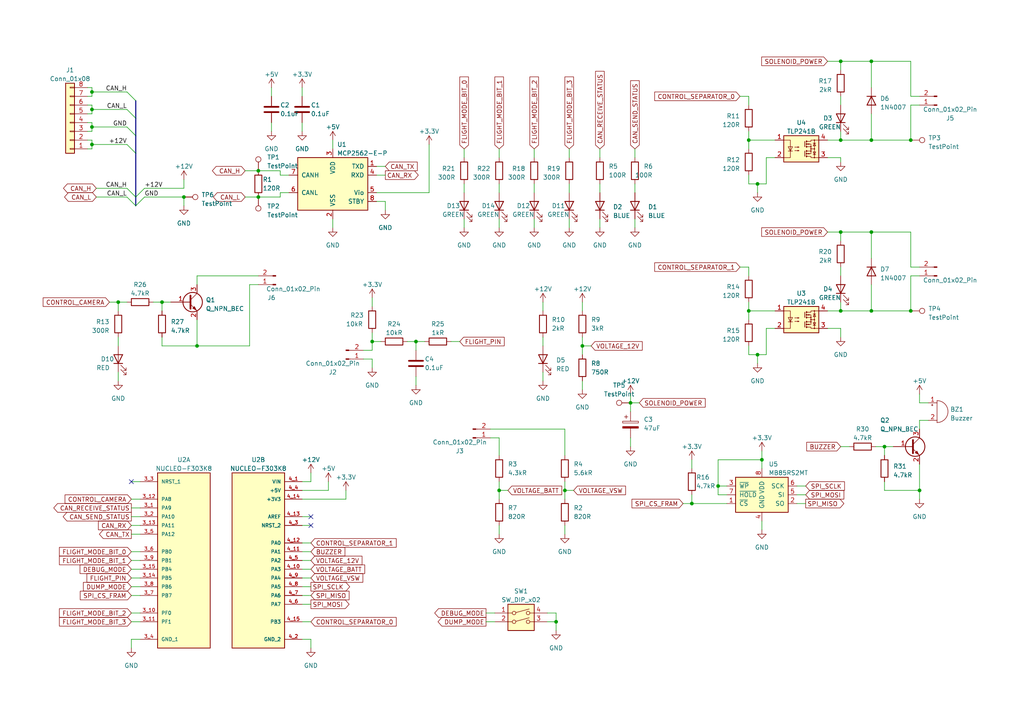
<source format=kicad_sch>
(kicad_sch (version 20230121) (generator eeschema)
  (paper "A4")
  (junction (at 26.67 36.83))
  (junction (at 220.98 133.35))
  (junction (at 252.73 90.17))
  (junction (at 144.78 142.24))
  (junction (at 26.67 41.91))
  (junction (at 264.16 40.64))
  (junction (at 217.17 40.64))
  (junction (at 219.71 53.34))
  (junction (at 26.67 31.75))
  (junction (at 219.71 102.87))
  (junction (at 74.93 57.15))
  (junction (at 107.95 99.06))
  (junction (at 168.91 100.33))
  (junction (at 217.17 90.17))
  (junction (at 243.84 17.78))
  (junction (at 252.73 40.64))
  (junction (at 200.66 146.05))
  (junction (at 53.34 57.15))
  (junction (at 266.7 142.24))
  (junction (at 46.99 87.63))
  (junction (at 243.84 67.31))
  (junction (at 252.73 67.31))
  (junction (at 182.88 116.84))
  (junction (at 120.65 99.06))
  (junction (at 256.54 129.54))
  (junction (at 243.84 40.64))
  (junction (at 26.67 26.67))
  (junction (at 34.29 87.63))
  (junction (at 74.93 49.53))
  (junction (at 57.15 100.33))
  (junction (at 243.84 90.17))
  (junction (at 252.73 17.78))
  (junction (at 163.83 142.24))
  (junction (at 264.16 90.17))
  (junction (at 161.29 180.34))
  (junction (at 208.28 140.97))
  (no_connect (at 90.17 149.86))
  (no_connect (at 38.1 139.7))
  (no_connect (at 90.17 152.4))
  (bus_entry (at 39.37 59.69) (size 2.54 -2.54))
  (bus_entry (at 39.37 57.15) (size -2.54 -2.54))
  (bus_entry (at 36.83 41.91) (size 2.54 2.54))
  (bus_entry (at 36.83 26.67) (size 2.54 2.54))
  (bus_entry (at 39.37 57.15) (size 2.54 -2.54))
  (bus_entry (at 36.83 31.75) (size 2.54 2.54))
  (bus_entry (at 39.37 59.69) (size -2.54 -2.54))
  (bus_entry (at 36.83 36.83) (size 2.54 2.54))
  (wire (pts (xy 154.94 53.34) (xy 154.94 55.88)))
  (wire (pts (xy 36.83 54.61) (xy 27.94 54.61)))
  (wire (pts (xy 243.84 129.54) (xy 246.38 129.54)))
  (wire (pts (xy 264.16 27.94) (xy 266.7 27.94)))
  (wire (pts (xy 168.91 110.49) (xy 168.91 113.03)))
  (wire (pts (xy 142.24 124.46) (xy 163.83 124.46)))
  (wire (pts (xy 173.99 63.5) (xy 173.99 66.04)))
  (wire (pts (xy 120.65 99.06) (xy 123.19 99.06)))
  (wire (pts (xy 184.15 63.5) (xy 184.15 66.04)))
  (wire (pts (xy 38.1 170.18) (xy 40.64 170.18)))
  (wire (pts (xy 161.29 177.8) (xy 161.29 180.34)))
  (wire (pts (xy 26.67 31.75) (xy 36.83 31.75)))
  (wire (pts (xy 38.1 147.32) (xy 40.64 147.32)))
  (wire (pts (xy 38.1 187.96) (xy 38.1 185.42)))
  (bus (pts (xy 39.37 29.21) (xy 39.37 34.29)))
  (bus (pts (xy 39.37 39.37) (xy 39.37 44.45)))
  (wire (pts (xy 53.34 59.69) (xy 53.34 57.15)))
  (wire (pts (xy 214.63 77.47) (xy 217.17 77.47)))
  (bus (pts (xy 39.37 44.45) (xy 39.37 57.15)))
  (wire (pts (xy 26.67 38.1) (xy 25.4 38.1)))
  (wire (pts (xy 26.67 26.67) (xy 36.83 26.67)))
  (wire (pts (xy 210.82 140.97) (xy 208.28 140.97)))
  (wire (pts (xy 87.63 185.42) (xy 90.17 185.42)))
  (wire (pts (xy 72.39 100.33) (xy 57.15 100.33)))
  (wire (pts (xy 217.17 40.64) (xy 224.79 40.64)))
  (wire (pts (xy 165.1 43.18) (xy 165.1 45.72)))
  (wire (pts (xy 240.03 90.17) (xy 243.84 90.17)))
  (wire (pts (xy 243.84 38.1) (xy 243.84 40.64)))
  (wire (pts (xy 46.99 87.63) (xy 46.99 90.17)))
  (wire (pts (xy 25.4 40.64) (xy 26.67 40.64)))
  (wire (pts (xy 38.1 152.4) (xy 40.64 152.4)))
  (wire (pts (xy 25.4 43.18) (xy 26.67 43.18)))
  (wire (pts (xy 158.75 180.34) (xy 161.29 180.34)))
  (wire (pts (xy 118.11 99.06) (xy 120.65 99.06)))
  (wire (pts (xy 217.17 50.8) (xy 217.17 53.34)))
  (wire (pts (xy 34.29 97.79) (xy 34.29 100.33)))
  (wire (pts (xy 243.84 40.64) (xy 252.73 40.64)))
  (wire (pts (xy 87.63 139.7) (xy 90.17 139.7)))
  (wire (pts (xy 107.95 99.06) (xy 110.49 99.06)))
  (wire (pts (xy 87.63 144.78) (xy 100.33 144.78)))
  (wire (pts (xy 173.99 43.18) (xy 173.99 45.72)))
  (wire (pts (xy 214.63 27.94) (xy 217.17 27.94)))
  (wire (pts (xy 163.83 142.24) (xy 163.83 144.78)))
  (wire (pts (xy 144.78 152.4) (xy 144.78 154.94)))
  (wire (pts (xy 165.1 53.34) (xy 165.1 55.88)))
  (wire (pts (xy 243.84 27.94) (xy 243.84 30.48)))
  (wire (pts (xy 38.1 177.8) (xy 40.64 177.8)))
  (wire (pts (xy 111.76 58.42) (xy 111.76 60.96)))
  (wire (pts (xy 182.88 116.84) (xy 182.88 119.38)))
  (wire (pts (xy 78.74 25.4) (xy 78.74 27.94)))
  (wire (pts (xy 25.4 30.48) (xy 26.67 30.48)))
  (wire (pts (xy 182.88 114.3) (xy 182.88 116.84)))
  (wire (pts (xy 217.17 77.47) (xy 217.17 80.01)))
  (wire (pts (xy 256.54 129.54) (xy 256.54 132.08)))
  (wire (pts (xy 222.25 53.34) (xy 222.25 45.72)))
  (wire (pts (xy 243.84 45.72) (xy 243.84 46.99)))
  (wire (pts (xy 90.17 152.4) (xy 87.63 152.4)))
  (wire (pts (xy 26.67 31.75) (xy 26.67 30.48)))
  (wire (pts (xy 243.84 45.72) (xy 240.03 45.72)))
  (wire (pts (xy 220.98 133.35) (xy 220.98 135.89)))
  (wire (pts (xy 264.16 17.78) (xy 264.16 27.94)))
  (wire (pts (xy 109.22 48.26) (xy 111.76 48.26)))
  (wire (pts (xy 243.84 67.31) (xy 243.84 69.85)))
  (wire (pts (xy 173.99 53.34) (xy 173.99 55.88)))
  (wire (pts (xy 109.22 50.8) (xy 111.76 50.8)))
  (wire (pts (xy 46.99 100.33) (xy 46.99 97.79)))
  (wire (pts (xy 252.73 67.31) (xy 264.16 67.31)))
  (wire (pts (xy 252.73 82.55) (xy 252.73 90.17)))
  (wire (pts (xy 208.28 140.97) (xy 208.28 143.51)))
  (wire (pts (xy 266.7 144.78) (xy 266.7 142.24)))
  (wire (pts (xy 53.34 52.07) (xy 53.34 54.61)))
  (wire (pts (xy 57.15 80.01) (xy 57.15 82.55)))
  (wire (pts (xy 26.67 36.83) (xy 36.83 36.83)))
  (wire (pts (xy 243.84 17.78) (xy 252.73 17.78)))
  (wire (pts (xy 71.12 49.53) (xy 74.93 49.53)))
  (wire (pts (xy 254 129.54) (xy 256.54 129.54)))
  (wire (pts (xy 210.82 143.51) (xy 208.28 143.51)))
  (wire (pts (xy 266.7 80.01) (xy 264.16 80.01)))
  (wire (pts (xy 144.78 127) (xy 144.78 132.08)))
  (wire (pts (xy 161.29 180.34) (xy 161.29 182.88)))
  (wire (pts (xy 220.98 151.13) (xy 220.98 153.67)))
  (wire (pts (xy 217.17 102.87) (xy 219.71 102.87)))
  (wire (pts (xy 252.73 33.02) (xy 252.73 40.64)))
  (wire (pts (xy 25.4 33.02) (xy 26.67 33.02)))
  (wire (pts (xy 53.34 57.15) (xy 41.91 57.15)))
  (wire (pts (xy 87.63 180.34) (xy 90.17 180.34)))
  (wire (pts (xy 222.25 45.72) (xy 224.79 45.72)))
  (wire (pts (xy 219.71 53.34) (xy 219.71 55.88)))
  (wire (pts (xy 81.28 50.8) (xy 81.28 49.53)))
  (wire (pts (xy 134.62 53.34) (xy 134.62 55.88)))
  (wire (pts (xy 107.95 104.14) (xy 105.41 104.14)))
  (wire (pts (xy 259.08 129.54) (xy 256.54 129.54)))
  (wire (pts (xy 107.95 86.36) (xy 107.95 88.9)))
  (wire (pts (xy 163.83 139.7) (xy 163.83 142.24)))
  (wire (pts (xy 243.84 95.25) (xy 240.03 95.25)))
  (wire (pts (xy 243.84 97.79) (xy 243.84 95.25)))
  (wire (pts (xy 87.63 142.24) (xy 95.25 142.24)))
  (wire (pts (xy 71.12 57.15) (xy 74.93 57.15)))
  (wire (pts (xy 231.14 146.05) (xy 233.68 146.05)))
  (wire (pts (xy 87.63 160.02) (xy 90.17 160.02)))
  (wire (pts (xy 49.53 87.63) (xy 46.99 87.63)))
  (wire (pts (xy 252.73 17.78) (xy 264.16 17.78)))
  (wire (pts (xy 243.84 67.31) (xy 252.73 67.31)))
  (wire (pts (xy 26.67 36.83) (xy 26.67 38.1)))
  (wire (pts (xy 87.63 157.48) (xy 90.17 157.48)))
  (wire (pts (xy 36.83 57.15) (xy 27.94 57.15)))
  (wire (pts (xy 87.63 35.56) (xy 87.63 38.1)))
  (wire (pts (xy 87.63 167.64) (xy 90.17 167.64)))
  (wire (pts (xy 144.78 142.24) (xy 144.78 144.78)))
  (wire (pts (xy 252.73 90.17) (xy 264.16 90.17)))
  (wire (pts (xy 38.1 162.56) (xy 40.64 162.56)))
  (wire (pts (xy 95.25 139.7) (xy 95.25 142.24)))
  (wire (pts (xy 217.17 27.94) (xy 217.17 30.48)))
  (wire (pts (xy 96.52 63.5) (xy 96.52 66.04)))
  (wire (pts (xy 269.24 121.92) (xy 266.7 121.92)))
  (wire (pts (xy 208.28 140.97) (xy 208.28 133.35)))
  (wire (pts (xy 34.29 87.63) (xy 36.83 87.63)))
  (bus (pts (xy 39.37 34.29) (xy 39.37 39.37)))
  (wire (pts (xy 144.78 63.5) (xy 144.78 66.04)))
  (wire (pts (xy 168.91 100.33) (xy 171.45 100.33)))
  (wire (pts (xy 57.15 100.33) (xy 46.99 100.33)))
  (wire (pts (xy 219.71 102.87) (xy 219.71 105.41)))
  (wire (pts (xy 26.67 26.67) (xy 26.67 25.4)))
  (wire (pts (xy 231.14 143.51) (xy 233.68 143.51)))
  (wire (pts (xy 217.17 90.17) (xy 224.79 90.17)))
  (wire (pts (xy 74.93 82.55) (xy 72.39 82.55)))
  (wire (pts (xy 38.1 180.34) (xy 40.64 180.34)))
  (wire (pts (xy 200.66 146.05) (xy 210.82 146.05)))
  (wire (pts (xy 25.4 27.94) (xy 26.67 27.94)))
  (wire (pts (xy 105.41 101.6) (xy 107.95 101.6)))
  (wire (pts (xy 83.82 50.8) (xy 81.28 50.8)))
  (wire (pts (xy 38.1 139.7) (xy 40.64 139.7)))
  (bus (pts (xy 39.37 57.15) (xy 39.37 59.69)))
  (wire (pts (xy 217.17 53.34) (xy 219.71 53.34)))
  (wire (pts (xy 243.84 87.63) (xy 243.84 90.17)))
  (wire (pts (xy 252.73 17.78) (xy 252.73 25.4)))
  (wire (pts (xy 26.67 35.56) (xy 26.67 36.83)))
  (wire (pts (xy 154.94 43.18) (xy 154.94 45.72)))
  (wire (pts (xy 25.4 35.56) (xy 26.67 35.56)))
  (wire (pts (xy 252.73 40.64) (xy 264.16 40.64)))
  (wire (pts (xy 144.78 53.34) (xy 144.78 55.88)))
  (wire (pts (xy 87.63 25.4) (xy 87.63 27.94)))
  (wire (pts (xy 74.93 80.01) (xy 57.15 80.01)))
  (wire (pts (xy 200.66 143.51) (xy 200.66 146.05)))
  (wire (pts (xy 157.48 107.95) (xy 157.48 110.49)))
  (wire (pts (xy 264.16 30.48) (xy 264.16 40.64)))
  (wire (pts (xy 81.28 55.88) (xy 81.28 57.15)))
  (wire (pts (xy 222.25 95.25) (xy 224.79 95.25)))
  (wire (pts (xy 182.88 127) (xy 182.88 129.54)))
  (wire (pts (xy 90.17 149.86) (xy 87.63 149.86)))
  (wire (pts (xy 157.48 87.63) (xy 157.48 90.17)))
  (wire (pts (xy 87.63 172.72) (xy 90.17 172.72)))
  (wire (pts (xy 154.94 63.5) (xy 154.94 66.04)))
  (wire (pts (xy 264.16 80.01) (xy 264.16 90.17)))
  (wire (pts (xy 222.25 53.34) (xy 219.71 53.34)))
  (wire (pts (xy 38.1 144.78) (xy 40.64 144.78)))
  (wire (pts (xy 120.65 111.76) (xy 120.65 109.22)))
  (wire (pts (xy 134.62 43.18) (xy 134.62 45.72)))
  (wire (pts (xy 142.24 127) (xy 144.78 127)))
  (wire (pts (xy 90.17 175.26) (xy 87.63 175.26)))
  (wire (pts (xy 38.1 167.64) (xy 40.64 167.64)))
  (wire (pts (xy 87.63 162.56) (xy 90.17 162.56)))
  (wire (pts (xy 243.84 40.64) (xy 240.03 40.64)))
  (wire (pts (xy 240.03 67.31) (xy 243.84 67.31)))
  (wire (pts (xy 120.65 101.6) (xy 120.65 99.06)))
  (wire (pts (xy 107.95 99.06) (xy 107.95 101.6)))
  (wire (pts (xy 243.84 90.17) (xy 252.73 90.17)))
  (wire (pts (xy 220.98 130.81) (xy 220.98 133.35)))
  (wire (pts (xy 44.45 87.63) (xy 46.99 87.63)))
  (wire (pts (xy 184.15 43.18) (xy 184.15 45.72)))
  (wire (pts (xy 38.1 165.1) (xy 40.64 165.1)))
  (wire (pts (xy 53.34 54.61) (xy 41.91 54.61)))
  (wire (pts (xy 26.67 43.18) (xy 26.67 41.91)))
  (wire (pts (xy 256.54 142.24) (xy 256.54 139.7)))
  (wire (pts (xy 231.14 140.97) (xy 233.68 140.97)))
  (wire (pts (xy 38.1 172.72) (xy 40.64 172.72)))
  (wire (pts (xy 184.15 53.34) (xy 184.15 55.88)))
  (wire (pts (xy 266.7 116.84) (xy 269.24 116.84)))
  (wire (pts (xy 31.75 87.63) (xy 34.29 87.63)))
  (wire (pts (xy 264.16 77.47) (xy 266.7 77.47)))
  (wire (pts (xy 38.1 154.94) (xy 40.64 154.94)))
  (wire (pts (xy 124.46 41.91) (xy 124.46 55.88)))
  (wire (pts (xy 222.25 102.87) (xy 222.25 95.25)))
  (wire (pts (xy 266.7 30.48) (xy 264.16 30.48)))
  (wire (pts (xy 243.84 77.47) (xy 243.84 80.01)))
  (wire (pts (xy 165.1 63.5) (xy 165.1 66.04)))
  (wire (pts (xy 100.33 142.24) (xy 100.33 144.78)))
  (wire (pts (xy 107.95 96.52) (xy 107.95 99.06)))
  (wire (pts (xy 90.17 187.96) (xy 90.17 185.42)))
  (wire (pts (xy 240.03 17.78) (xy 243.84 17.78)))
  (wire (pts (xy 182.88 116.84) (xy 185.42 116.84)))
  (wire (pts (xy 163.83 124.46) (xy 163.83 132.08)))
  (wire (pts (xy 74.93 57.15) (xy 81.28 57.15)))
  (wire (pts (xy 144.78 139.7) (xy 144.78 142.24)))
  (wire (pts (xy 130.81 99.06) (xy 133.35 99.06)))
  (wire (pts (xy 163.83 142.24) (xy 166.37 142.24)))
  (wire (pts (xy 168.91 87.63) (xy 168.91 90.17)))
  (wire (pts (xy 208.28 133.35) (xy 220.98 133.35)))
  (wire (pts (xy 87.63 170.18) (xy 90.17 170.18)))
  (wire (pts (xy 57.15 92.71) (xy 57.15 100.33)))
  (wire (pts (xy 266.7 134.62) (xy 266.7 142.24)))
  (wire (pts (xy 252.73 67.31) (xy 252.73 74.93)))
  (wire (pts (xy 38.1 149.86) (xy 40.64 149.86)))
  (wire (pts (xy 26.67 40.64) (xy 26.67 41.91)))
  (wire (pts (xy 217.17 87.63) (xy 217.17 90.17)))
  (wire (pts (xy 168.91 97.79) (xy 168.91 100.33)))
  (wire (pts (xy 144.78 142.24) (xy 147.32 142.24)))
  (wire (pts (xy 134.62 63.5) (xy 134.62 66.04)))
  (wire (pts (xy 90.17 137.16) (xy 90.17 139.7)))
  (wire (pts (xy 144.78 43.18) (xy 144.78 45.72)))
  (wire (pts (xy 25.4 25.4) (xy 26.67 25.4)))
  (wire (pts (xy 217.17 40.64) (xy 217.17 43.18)))
  (wire (pts (xy 34.29 87.63) (xy 34.29 90.17)))
  (wire (pts (xy 217.17 38.1) (xy 217.17 40.64)))
  (wire (pts (xy 96.52 40.64) (xy 96.52 43.18)))
  (wire (pts (xy 109.22 55.88) (xy 124.46 55.88)))
  (wire (pts (xy 87.63 165.1) (xy 90.17 165.1)))
  (wire (pts (xy 107.95 106.68) (xy 107.95 104.14)))
  (wire (pts (xy 217.17 100.33) (xy 217.17 102.87)))
  (wire (pts (xy 26.67 26.67) (xy 26.67 27.94)))
  (wire (pts (xy 109.22 58.42) (xy 111.76 58.42)))
  (wire (pts (xy 38.1 185.42) (xy 40.64 185.42)))
  (wire (pts (xy 34.29 107.95) (xy 34.29 110.49)))
  (wire (pts (xy 217.17 90.17) (xy 217.17 92.71)))
  (wire (pts (xy 140.97 177.8) (xy 143.51 177.8)))
  (wire (pts (xy 158.75 177.8) (xy 161.29 177.8)))
  (wire (pts (xy 38.1 160.02) (xy 40.64 160.02)))
  (wire (pts (xy 266.7 114.3) (xy 266.7 116.84)))
  (wire (pts (xy 200.66 133.35) (xy 200.66 135.89)))
  (wire (pts (xy 72.39 82.55) (xy 72.39 100.33)))
  (wire (pts (xy 83.82 55.88) (xy 81.28 55.88)))
  (wire (pts (xy 78.74 35.56) (xy 78.74 38.1)))
  (wire (pts (xy 243.84 17.78) (xy 243.84 20.32)))
  (wire (pts (xy 163.83 152.4) (xy 163.83 154.94)))
  (wire (pts (xy 168.91 100.33) (xy 168.91 102.87)))
  (wire (pts (xy 157.48 97.79) (xy 157.48 100.33)))
  (wire (pts (xy 26.67 33.02) (xy 26.67 31.75)))
  (wire (pts (xy 266.7 142.24) (xy 256.54 142.24)))
  (wire (pts (xy 74.93 49.53) (xy 81.28 49.53)))
  (wire (pts (xy 26.67 41.91) (xy 36.83 41.91)))
  (wire (pts (xy 140.97 180.34) (xy 143.51 180.34)))
  (wire (pts (xy 266.7 121.92) (xy 266.7 124.46)))
  (wire (pts (xy 198.12 146.05) (xy 200.66 146.05)))
  (wire (pts (xy 264.16 67.31) (xy 264.16 77.47)))
  (wire (pts (xy 222.25 102.87) (xy 219.71 102.87)))
  (label "CAN_L" (at 36.83 57.15 180))
  (label "+12V" (at 36.83 41.91 180))
  (label "GND" (at 36.83 36.83 180))
  (label "GND" (at 41.91 57.15 0))
  (label "CAN_H" (at 36.83 26.67 180))
  (label "+12V" (at 41.91 54.61 0))
  (label "CAN_L" (at 36.83 31.75 180))
  (label "CAN_H" (at 36.83 54.61 180))
  (global_label "CONTROL_SEPARATOR_1" (shape input) (at 214.63 77.47 180) (property "Intersheetrefs" "${INTERSHEET_REFS}" (effects hide)))
  (global_label "SPI_SCLK" (shape output) (at 90.17 170.18 0) (property "Intersheetrefs" "${INTERSHEET_REFS}" (effects hide)))
  (global_label "VOLTAGE_12V" (shape input) (at 90.17 162.56 0) (property "Intersheetrefs" "${INTERSHEET_REFS}" (effects hide)))
  (global_label "CONTROL_SEPARATOR_1" (shape input) (at 90.17 157.48 0) (property "Intersheetrefs" "${INTERSHEET_REFS}" (effects hide)))
  (global_label "CAN_L" (shape bidirectional) (at 71.12 57.15 180) (property "Intersheetrefs" "${INTERSHEET_REFS}" (effects hide)))
  (global_label "FLIGHT_MODE_BIT_0" (shape input) (at 134.62 43.18 90) (property "Intersheetrefs" "${INTERSHEET_REFS}" (effects hide)))
  (global_label "FLIGHT_MODE_BIT_3" (shape input) (at 38.1 180.34 180) (property "Intersheetrefs" "${INTERSHEET_REFS}" (effects hide)))
  (global_label "CONTROL_CAMERA" (shape input) (at 38.1 144.78 180) (property "Intersheetrefs" "${INTERSHEET_REFS}" (effects hide)))
  (global_label "SPI_MISO" (shape output) (at 233.68 146.05 0) (property "Intersheetrefs" "${INTERSHEET_REFS}" (effects hide)))
  (global_label "VOLTAGE_VSW" (shape input) (at 90.17 167.64 0) (property "Intersheetrefs" "${INTERSHEET_REFS}" (effects hide)))
  (global_label "CAN_TX" (shape input) (at 111.76 48.26 0) (property "Intersheetrefs" "${INTERSHEET_REFS}" (effects hide)))
  (global_label "DUMP_MODE" (shape output) (at 140.97 180.34 180) (property "Intersheetrefs" "${INTERSHEET_REFS}" (effects hide)))
  (global_label "FLIGHT_MODE_BIT_2" (shape input) (at 154.94 43.18 90) (property "Intersheetrefs" "${INTERSHEET_REFS}" (effects hide)))
  (global_label "FLIGHT_MODE_BIT_1" (shape input) (at 144.78 43.18 90) (property "Intersheetrefs" "${INTERSHEET_REFS}" (effects hide)))
  (global_label "FLIGHT_MODE_BIT_0" (shape input) (at 38.1 160.02 180) (property "Intersheetrefs" "${INTERSHEET_REFS}" (effects hide)))
  (global_label "CAN_H" (shape bidirectional) (at 71.12 49.53 180) (property "Intersheetrefs" "${INTERSHEET_REFS}" (effects hide)))
  (global_label "CAN_RX" (shape output) (at 111.76 50.8 0) (property "Intersheetrefs" "${INTERSHEET_REFS}" (effects hide)))
  (global_label "CAN_L" (shape bidirectional) (at 27.94 57.15 180) (property "Intersheetrefs" "${INTERSHEET_REFS}" (effects hide)))
  (global_label "BUZZER" (shape input) (at 243.84 129.54 180) (property "Intersheetrefs" "${INTERSHEET_REFS}" (effects hide)))
  (global_label "DEBUG_MODE" (shape output) (at 140.97 177.8 180) (property "Intersheetrefs" "${INTERSHEET_REFS}" (effects hide)))
  (global_label "CAN_SEND_STATUS" (shape output) (at 38.1 149.86 180) (property "Intersheetrefs" "${INTERSHEET_REFS}" (effects hide)))
  (global_label "CAN_TX" (shape output) (at 38.1 154.94 180) (property "Intersheetrefs" "${INTERSHEET_REFS}" (effects hide)))
  (global_label "CONTROL_SEPARATOR_0" (shape input) (at 90.17 180.34 0) (property "Intersheetrefs" "${INTERSHEET_REFS}" (effects hide)))
  (global_label "FLIGHT_PIN" (shape input) (at 133.35 99.06 0) (property "Intersheetrefs" "${INTERSHEET_REFS}" (effects hide)))
  (global_label "FLIGHT_MODE_BIT_1" (shape input) (at 38.1 162.56 180) (property "Intersheetrefs" "${INTERSHEET_REFS}" (effects hide)))
  (global_label "SPI_SCLK" (shape input) (at 233.68 140.97 0) (property "Intersheetrefs" "${INTERSHEET_REFS}" (effects hide)))
  (global_label "FLIGHT_MODE_BIT_3" (shape input) (at 165.1 43.18 90) (property "Intersheetrefs" "${INTERSHEET_REFS}" (effects hide)))
  (global_label "BUZZER" (shape input) (at 90.17 160.02 0) (property "Intersheetrefs" "${INTERSHEET_REFS}" (effects hide)))
  (global_label "CAN_RX" (shape input) (at 38.1 152.4 180) (property "Intersheetrefs" "${INTERSHEET_REFS}" (effects hide)))
  (global_label "SPI_CS_FRAM" (shape input) (at 198.12 146.05 180) (property "Intersheetrefs" "${INTERSHEET_REFS}" (effects hide)))
  (global_label "SPI_MOSI" (shape input) (at 233.68 143.51 0) (property "Intersheetrefs" "${INTERSHEET_REFS}" (effects hide)))
  (global_label "CAN_SEND_STATUS" (shape input) (at 184.15 43.18 90) (property "Intersheetrefs" "${INTERSHEET_REFS}" (effects hide)))
  (global_label "SPI_CS_FRAM" (shape input) (at 38.1 172.72 180) (property "Intersheetrefs" "${INTERSHEET_REFS}" (effects hide)))
  (global_label "FLIGHT_MODE_BIT_2" (shape input) (at 38.1 177.8 180) (property "Intersheetrefs" "${INTERSHEET_REFS}" (effects hide)))
  (global_label "SPI_MOSI" (shape output) (at 90.17 175.26 0) (property "Intersheetrefs" "${INTERSHEET_REFS}" (effects hide)))
  (global_label "CONTROL_CAMERA" (shape input) (at 31.75 87.63 180) (property "Intersheetrefs" "${INTERSHEET_REFS}" (effects hide)))
  (global_label "CAN_RECEIVE_STATUS" (shape input) (at 173.99 43.18 90) (property "Intersheetrefs" "${INTERSHEET_REFS}" (effects hide)))
  (global_label "SOLENOID_POWER" (shape input) (at 240.03 17.78 180) (property "Intersheetrefs" "${INTERSHEET_REFS}" (effects hide)))
  (global_label "VOLTAGE_12V" (shape input) (at 171.45 100.33 0) (property "Intersheetrefs" "${INTERSHEET_REFS}" (effects hide)))
  (global_label "SOLENOID_POWER" (shape input) (at 185.42 116.84 0) (property "Intersheetrefs" "${INTERSHEET_REFS}" (effects hide)))
  (global_label "CAN_H" (shape bidirectional) (at 27.94 54.61 180) (property "Intersheetrefs" "${INTERSHEET_REFS}" (effects hide)))
  (global_label "VOLTAGE_BATT" (shape input) (at 147.32 142.24 0) (property "Intersheetrefs" "${INTERSHEET_REFS}" (effects hide)))
  (global_label "SPI_MISO" (shape input) (at 90.17 172.72 0) (property "Intersheetrefs" "${INTERSHEET_REFS}" (effects hide)))
  (global_label "VOLTAGE_BATT" (shape input) (at 90.17 165.1 0) (property "Intersheetrefs" "${INTERSHEET_REFS}" (effects hide)))
  (global_label "CONTROL_SEPARATOR_0" (shape input) (at 214.63 27.94 180) (property "Intersheetrefs" "${INTERSHEET_REFS}" (effects hide)))
  (global_label "VOLTAGE_VSW" (shape input) (at 166.37 142.24 0) (property "Intersheetrefs" "${INTERSHEET_REFS}" (effects hide)))
  (global_label "DUMP_MODE" (shape input) (at 38.1 170.18 180) (property "Intersheetrefs" "${INTERSHEET_REFS}" (effects hide)))
  (global_label "SOLENOID_POWER" (shape input) (at 240.03 67.31 180) (property "Intersheetrefs" "${INTERSHEET_REFS}" (effects hide)))
  (global_label "FLIGHT_PIN" (shape input) (at 38.1 167.64 180) (property "Intersheetrefs" "${INTERSHEET_REFS}" (effects hide)))
  (global_label "DEBUG_MODE" (shape input) (at 38.1 165.1 180) (property "Intersheetrefs" "${INTERSHEET_REFS}" (effects hide)))
  (global_label "CAN_RECEIVE_STATUS" (shape output) (at 38.1 147.32 180) (property "Intersheetrefs" "${INTERSHEET_REFS}" (effects hide)))
  (symbol (lib_id "Device:R") (at 217.17 46.99 0) (mirror y) (unit 1)
    (property "Reference" "R12" (at 214.63 46.355 0) (effects (justify left)))
    (property "Value" "120R" (at 214.63 48.895 0) (effects (justify left)))
    (property "Footprint" "Resistor_SMD:R_0603_1608Metric_Pad0.98x0.95mm_HandSolder" (effects hide))
  )
  (symbol (lib_id "Device:Q_NPN_BEC") (at 54.61 87.63 0) (unit 1)
    (property "Reference" "Q1" (at 59.69 86.995 0) (effects (justify left)))
    (property "Value" "Q_NPN_BEC" (at 59.69 89.535 0) (effects (justify left)))
    (property "Footprint" "Package_TO_SOT_SMD:SC-59_Handsoldering" (effects hide))
  )
  (symbol (lib_id "Device:LED") (at 184.15 59.69 90) (unit 1)
    (property "Reference" "D1" (at 187.96 60.0074 90) (effects (justify right)))
    (property "Value" "BLUE" (at 187.96 62.5474 90) (effects (justify right)))
    (property "Footprint" "LED_SMD:LED_0603_1608Metric_Pad1.05x0.95mm_HandSolder" (effects hide))
  )
  (symbol (lib_id "power:GND") (at 219.71 105.41 0) (mirror y) (unit 1)
    (property "Reference" "#PWR042" (effects hide))
    (property "Value" "GND" (at 219.71 110.49 0))
  )
  (symbol (lib_id "Device:R") (at 217.17 83.82 0) (mirror y) (unit 1)
    (property "Reference" "R14" (at 214.63 83.185 0) (effects (justify left)))
    (property "Value" "120R" (at 214.63 85.725 0) (effects (justify left)))
    (property "Footprint" "Resistor_SMD:R_0603_1608Metric_Pad0.98x0.95mm_HandSolder" (effects hide))
  )
  (symbol (lib_id "Device:R") (at 46.99 93.98 180) (unit 1)
    (property "Reference" "R27" (at 49.53 93.345 0) (effects (justify right)))
    (property "Value" "4.7kR" (at 49.53 95.885 0) (effects (justify right)))
    (property "Footprint" "Resistor_SMD:R_0603_1608Metric_Pad0.98x0.95mm_HandSolder" (effects hide))
  )
  (symbol (lib_id "Device:R") (at 217.17 96.52 0) (mirror y) (unit 1)
    (property "Reference" "R15" (at 214.63 95.885 0) (effects (justify left)))
    (property "Value" "120R" (at 214.63 98.425 0) (effects (justify left)))
    (property "Footprint" "Resistor_SMD:R_0603_1608Metric_Pad0.98x0.95mm_HandSolder" (effects hide))
  )
  (symbol (lib_id "power:GND") (at 53.34 59.69 0) (mirror y) (unit 1)
    (property "Reference" "#PWR04" (effects hide))
    (property "Value" "GND" (at 53.34 64.77 0))
  )
  (symbol (lib_id "Device:LED") (at 243.84 34.29 90) (unit 1)
    (property "Reference" "D3" (at 238.76 34.29 90) (effects (justify right)))
    (property "Value" "GREEN" (at 237.49 36.83 90) (effects (justify right)))
    (property "Footprint" "LED_SMD:LED_0603_1608Metric_Pad1.05x0.95mm_HandSolder" (effects hide))
  )
  (symbol (lib_id "Device:R") (at 168.91 93.98 0) (unit 1)
    (property "Reference" "R9" (at 171.45 92.7099 0) (effects (justify left)))
    (property "Value" "3kR" (at 171.45 95.2499 0) (effects (justify left)))
    (property "Footprint" "Resistor_SMD:R_0603_1608Metric_Pad0.98x0.95mm_HandSolder" (effects hide))
  )
  (symbol (lib_id "power:GND") (at 144.78 66.04 0) (mirror y) (unit 1)
    (property "Reference" "#PWR024" (effects hide))
    (property "Value" "GND" (at 144.78 71.12 0))
  )
  (symbol (lib_id "Device:R") (at 127 99.06 270) (unit 1)
    (property "Reference" "R25" (at 127 93.98 90))
    (property "Value" "1kR" (at 127 96.52 90))
    (property "Footprint" "Resistor_SMD:R_0603_1608Metric_Pad0.98x0.95mm_HandSolder" (effects hide))
  )
  (symbol (lib_id "Connector:Conn_01x02_Pin") (at 271.78 30.48 180) (unit 1)
    (property "Reference" "J5" (at 275.59 34.29 0))
    (property "Value" "Conn_01x02_Pin" (at 275.59 31.75 0))
    (property "Footprint" "Hirose_Connector:Hirose_DF1B" (effects hide))
  )
  (symbol (lib_id "Device:R") (at 40.64 87.63 90) (unit 1)
    (property "Reference" "R26" (at 40.64 82.55 90))
    (property "Value" "4.7kR" (at 40.64 85.09 90))
    (property "Footprint" "Resistor_SMD:R_0603_1608Metric_Pad0.98x0.95mm_HandSolder" (effects hide))
  )
  (symbol (lib_id "Device:R") (at 256.54 135.89 180) (unit 1)
    (property "Reference" "R31" (at 259.08 135.255 0) (effects (justify right)))
    (property "Value" "4.7kR" (at 259.08 137.795 0) (effects (justify right)))
    (property "Footprint" "Resistor_SMD:R_0603_1608Metric_Pad0.98x0.95mm_HandSolder" (effects hide))
  )
  (symbol (lib_id "power:+12V") (at 182.88 114.3 0) (unit 1)
    (property "Reference" "#PWR035" (effects hide))
    (property "Value" "+12V" (at 182.88 110.49 0))
  )
  (symbol (lib_id "power:+5V") (at 95.25 139.7 0) (unit 1)
    (property "Reference" "#PWR018" (effects hide))
    (property "Value" "+5V" (at 95.25 135.89 0))
  )
  (symbol (lib_id "power:GND") (at 168.91 113.03 0) (mirror y) (unit 1)
    (property "Reference" "#PWR029" (effects hide))
    (property "Value" "GND" (at 168.91 118.11 0))
  )
  (symbol (lib_id "Device:Buzzer") (at 271.78 119.38 0) (unit 1)
    (property "Reference" "BZ1" (at 275.59 118.745 0) (effects (justify left)))
    (property "Value" "Buzzer" (at 275.59 121.285 0) (effects (justify left)))
    (property "Footprint" "Buzzer_Beeper:Buzzer_12x9.5RM7.6" (effects hide))
  )
  (symbol (lib_id "Device:R") (at 163.83 148.59 0) (unit 1)
    (property "Reference" "R2" (at 166.37 147.3199 0) (effects (justify left)))
    (property "Value" "820R" (at 166.37 149.8599 0) (effects (justify left)))
    (property "Footprint" "Resistor_SMD:R_0603_1608Metric_Pad0.98x0.95mm_HandSolder" (effects hide))
  )
  (symbol (lib_id "Device:C") (at 87.63 31.75 0) (unit 1)
    (property "Reference" "C1" (at 90.17 30.48 0) (effects (justify left)))
    (property "Value" "0.1uF" (at 90.17 33.02 0) (effects (justify left)))
    (property "Footprint" "Capacitor_SMD:C_0603_1608Metric_Pad1.08x0.95mm_HandSolder" (effects hide))
  )
  (symbol (lib_id "power:+3.3V") (at 87.63 25.4 0) (unit 1)
    (property "Reference" "#PWR010" (effects hide))
    (property "Value" "+3.3V" (at 87.63 21.59 0))
  )
  (symbol (lib_id "Device:R") (at 154.94 49.53 0) (mirror y) (unit 1)
    (property "Reference" "R18" (at 152.4 48.895 0) (effects (justify left)))
    (property "Value" "300R" (at 152.4 51.435 0) (effects (justify left)))
    (property "Footprint" "Resistor_SMD:R_0603_1608Metric_Pad0.98x0.95mm_HandSolder" (effects hide))
  )
  (symbol (lib_id "power:GND") (at 144.78 154.94 0) (mirror y) (unit 1)
    (property "Reference" "#PWR017" (effects hide))
    (property "Value" "GND" (at 144.78 160.02 0))
  )
  (symbol (lib_id "power:+3.3V") (at 100.33 142.24 0) (unit 1)
    (property "Reference" "#PWR019" (effects hide))
    (property "Value" "+3.3V" (at 100.33 138.43 0))
  )
  (symbol (lib_id "Device:R") (at 144.78 135.89 0) (unit 1)
    (property "Reference" "R3" (at 147.32 134.6199 0) (effects (justify left)))
    (property "Value" "4.3kR" (at 147.32 137.1599 0) (effects (justify left)))
    (property "Footprint" "Resistor_SMD:R_0603_1608Metric_Pad0.98x0.95mm_HandSolder" (effects hide))
  )
  (symbol (lib_id "Device:R") (at 243.84 24.13 0) (mirror y) (unit 1)
    (property "Reference" "R17" (at 241.3 23.495 0) (effects (justify left)))
    (property "Value" "2kR" (at 241.3 26.035 0) (effects (justify left)))
    (property "Footprint" "Resistor_SMD:R_0603_1608Metric_Pad0.98x0.95mm_HandSolder" (effects hide))
  )
  (symbol (lib_id "Connector:TestPoint") (at 53.34 57.15 270) (unit 1)
    (property "Reference" "TP6" (at 58.42 56.515 90) (effects (justify left)))
    (property "Value" "TestPoint" (at 58.42 59.055 90) (effects (justify left)))
    (property "Footprint" "Connector_Pin:Pin_D1.0mm_L10.0mm" (effects hide))
  )
  (symbol (lib_id "power:GND") (at 154.94 66.04 0) (mirror y) (unit 1)
    (property "Reference" "#PWR026" (effects hide))
    (property "Value" "GND" (at 154.94 71.12 0))
  )
  (symbol (lib_id "Device:R") (at 134.62 49.53 0) (mirror y) (unit 1)
    (property "Reference" "R21" (at 132.08 48.895 0) (effects (justify left)))
    (property "Value" "300R" (at 132.08 51.435 0) (effects (justify left)))
    (property "Footprint" "Resistor_SMD:R_0603_1608Metric_Pad0.98x0.95mm_HandSolder" (effects hide))
  )
  (symbol (lib_id "power:+3.3V") (at 107.95 86.36 0) (unit 1)
    (property "Reference" "#PWR033" (effects hide))
    (property "Value" "+3.3V" (at 107.95 82.55 0))
  )
  (symbol (lib_id "Interface_CAN_LIN:MCP2562-E-P") (at 96.52 53.34 0) (mirror y) (unit 1)
    (property "Reference" "U1" (at 97.79 41.91 0) (effects (justify right)))
    (property "Value" "MCP2562-E-P" (at 97.79 44.45 0) (effects (justify right)))
    (property "Footprint" "Package_DIP:DIP-8_W7.62mm" (effects hide))
    (property "Datasheet" "http://ww1.microchip.com/downloads/en/DeviceDoc/25167A.pdf" (effects hide))
  )
  (symbol (lib_id "power:GND") (at 120.65 111.76 0) (unit 1)
    (property "Reference" "#PWR034" (effects hide))
    (property "Value" "GND" (at 120.65 116.84 0))
  )
  (symbol (lib_id "Connector:Conn_01x02_Pin") (at 80.01 82.55 180) (unit 1)
    (property "Reference" "J6" (at 78.74 86.36 0))
    (property "Value" "Conn_01x02_Pin" (at 85.09 83.82 0))
    (property "Footprint" "Hirose_Connector:Hirose_DF1B" (effects hide))
  )
  (symbol (lib_id "power:+5V") (at 78.74 25.4 0) (unit 1)
    (property "Reference" "#PWR08" (effects hide))
    (property "Value" "+5V" (at 78.74 21.59 0))
  )
  (symbol (lib_id "Device:LED") (at 144.78 59.69 90) (unit 1)
    (property "Reference" "D14" (at 139.7 59.69 90) (effects (justify right)))
    (property "Value" "GREEN" (at 138.43 62.23 90) (effects (justify right)))
    (property "Footprint" "LED_SMD:LED_0603_1608Metric_Pad1.05x0.95mm_HandSolder" (effects hide))
  )
  (symbol (lib_id "power:GND") (at 90.17 187.96 0) (unit 1)
    (property "Reference" "#PWR015" (effects hide))
    (property "Value" "GND" (at 90.17 193.04 0))
  )
  (symbol (lib_id "Relay_SolidState:TLP222A") (at 232.41 43.18 0) (unit 1)
    (property "Reference" "U4" (at 232.41 35.56 0))
    (property "Value" "TLP241B" (at 232.41 38.1 0))
    (property "Footprint" "Package_DIP:DIP-4_W7.62mm" (effects hide))
    (property "Datasheet" "https://toshiba.semicon-storage.com/info/docget.jsp?did=17036&prodName=TLP222A" (effects hide))
  )
  (symbol (lib_id "Device:R") (at 107.95 92.71 0) (unit 1)
    (property "Reference" "R23" (at 101.6 91.44 0) (effects (justify left)))
    (property "Value" "10kR" (at 100.33 93.98 0) (effects (justify left)))
    (property "Footprint" "Resistor_SMD:R_0805_2012Metric_Pad1.20x1.40mm_HandSolder" (effects hide))
  )
  (symbol (lib_id "power:GND") (at 182.88 129.54 0) (mirror y) (unit 1)
    (property "Reference" "#PWR036" (effects hide))
    (property "Value" "GND" (at 182.88 134.62 0))
  )
  (symbol (lib_id "Device:LED") (at 154.94 59.69 90) (unit 1)
    (property "Reference" "D12" (at 149.86 59.69 90) (effects (justify right)))
    (property "Value" "GREEN" (at 148.59 62.23 90) (effects (justify right)))
    (property "Footprint" "LED_SMD:LED_0603_1608Metric_Pad1.05x0.95mm_HandSolder" (effects hide))
  )
  (symbol (lib_id "Device:R") (at 200.66 139.7 0) (unit 1)
    (property "Reference" "R16" (at 201.93 138.43 0) (effects (justify left)))
    (property "Value" "4.7kR" (at 201.93 140.97 0) (effects (justify left)))
    (property "Footprint" "Resistor_SMD:R_0603_1608Metric_Pad0.98x0.95mm_HandSolder" (effects hide))
  )
  (symbol (lib_id "Device:C") (at 78.74 31.75 0) (unit 1)
    (property "Reference" "C2" (at 81.28 30.48 0) (effects (justify left)))
    (property "Value" "0.1uF" (at 81.28 33.02 0) (effects (justify left)))
    (property "Footprint" "Capacitor_SMD:C_0603_1608Metric_Pad1.08x0.95mm_HandSolder" (effects hide))
  )
  (symbol (lib_id "power:GND") (at 243.84 97.79 0) (mirror y) (unit 1)
    (property "Reference" "#PWR039" (effects hide))
    (property "Value" "GND" (at 243.84 102.87 0))
  )
  (symbol (lib_id "Connector:Conn_01x02_Pin") (at 100.33 104.14 0) (mirror x) (unit 1)
    (property "Reference" "J2" (at 96.52 107.95 0))
    (property "Value" "Conn_01x02_Pin" (at 96.52 105.41 0))
    (property "Footprint" "Hirose_Connector:Hirose_DF1B" (effects hide))
  )
  (symbol (lib_id "Device:C") (at 120.65 105.41 0) (unit 1)
    (property "Reference" "C4" (at 123.19 104.14 0) (effects (justify left)))
    (property "Value" "0.1uF" (at 123.19 106.68 0) (effects (justify left)))
    (property "Footprint" "Capacitor_SMD:C_0603_1608Metric_Pad1.08x0.95mm_HandSolder" (effects hide))
  )
  (symbol (lib_id "power:GND") (at 173.99 66.04 0) (unit 1)
    (property "Reference" "#PWR031" (effects hide))
    (property "Value" "GND" (at 173.99 71.12 0))
  )
  (symbol (lib_id "Connector:TestPoint") (at 264.16 90.17 270) (unit 1)
    (property "Reference" "TP4" (at 269.24 89.535 90) (effects (justify left)))
    (property "Value" "TestPoint" (at 269.24 92.075 90) (effects (justify left)))
    (property "Footprint" "Connector_Pin:Pin_D1.0mm_L10.0mm" (effects hide))
  )
  (symbol (lib_id "Device:LED") (at 243.84 83.82 90) (unit 1)
    (property "Reference" "D4" (at 238.76 83.82 90) (effects (justify right)))
    (property "Value" "GREEN" (at 237.49 86.36 90) (effects (justify right)))
    (property "Footprint" "LED_SMD:LED_0603_1608Metric_Pad1.05x0.95mm_HandSolder" (effects hide))
  )
  (symbol (lib_id "power:GND") (at 184.15 66.04 0) (unit 1)
    (property "Reference" "#PWR032" (effects hide))
    (property "Value" "GND" (at 184.15 71.12 0))
  )
  (symbol (lib_id "Connector:TestPoint") (at 74.93 57.15 180) (unit 1)
    (property "Reference" "TP2" (at 77.47 59.817 0) (effects (justify right)))
    (property "Value" "TestPoint" (at 77.47 62.357 0) (effects (justify right)))
    (property "Footprint" "Connector_Pin:Pin_D1.0mm_L10.0mm" (effects hide))
  )
  (symbol (lib_id "Device:LED") (at 157.48 104.14 90) (unit 1)
    (property "Reference" "D5" (at 161.29 104.4574 90) (effects (justify right)))
    (property "Value" "RED" (at 161.29 106.9974 90) (effects (justify right)))
    (property "Footprint" "LED_SMD:LED_0603_1608Metric_Pad1.05x0.95mm_HandSolder" (effects hide))
  )
  (symbol (lib_id "Connector:TestPoint") (at 264.16 40.64 270) (unit 1)
    (property "Reference" "TP3" (at 269.24 40.005 90) (effects (justify left)))
    (property "Value" "TestPoint" (at 269.24 42.545 90) (effects (justify left)))
    (property "Footprint" "Connector_Pin:Pin_D1.0mm_L10.0mm" (effects hide))
  )
  (symbol (lib_id "power:GND") (at 111.76 60.96 0) (unit 1)
    (property "Reference" "#PWR016" (effects hide))
    (property "Value" "GND" (at 111.76 66.04 0))
  )
  (symbol (lib_id "power:GND") (at 34.29 110.49 0) (mirror y) (unit 1)
    (property "Reference" "#PWR06" (effects hide))
    (property "Value" "GND" (at 34.29 115.57 0))
  )
  (symbol (lib_id "Device:R") (at 144.78 49.53 0) (mirror y) (unit 1)
    (property "Reference" "R22" (at 142.24 48.895 0) (effects (justify left)))
    (property "Value" "300R" (at 142.24 51.435 0) (effects (justify left)))
    (property "Footprint" "Resistor_SMD:R_0603_1608Metric_Pad0.98x0.95mm_HandSolder" (effects hide))
  )
  (symbol (lib_id "Device:R") (at 217.17 34.29 0) (mirror y) (unit 1)
    (property "Reference" "R11" (at 214.63 33.655 0) (effects (justify left)))
    (property "Value" "120R" (at 214.63 36.195 0) (effects (justify left)))
    (property "Footprint" "Resistor_SMD:R_0603_1608Metric_Pad0.98x0.95mm_HandSolder" (effects hide))
  )
  (symbol (lib_id "Device:LED") (at 34.29 104.14 90) (unit 1)
    (property "Reference" "D10" (at 29.21 104.14 90) (effects (justify right)))
    (property "Value" "RED" (at 27.94 106.68 90) (effects (justify right)))
    (property "Footprint" "LED_SMD:LED_0603_1608Metric_Pad1.05x0.95mm_HandSolder" (effects hide))
  )
  (symbol (lib_id "power:GND") (at 38.1 187.96 0) (unit 1)
    (property "Reference" "#PWR05" (effects hide))
    (property "Value" "GND" (at 38.1 193.04 0))
  )
  (symbol (lib_id "power:GND") (at 134.62 66.04 0) (mirror y) (unit 1)
    (property "Reference" "#PWR022" (effects hide))
    (property "Value" "GND" (at 134.62 71.12 0))
  )
  (symbol (lib_id "power:GND") (at 161.29 182.88 0) (mirror y) (unit 1)
    (property "Reference" "#PWR025" (effects hide))
    (property "Value" "GND" (at 161.29 187.96 0))
  )
  (symbol (lib_id "Relay_SolidState:TLP222A") (at 232.41 92.71 0) (unit 1)
    (property "Reference" "U3" (at 232.41 85.09 0))
    (property "Value" "TLP241B" (at 232.41 87.63 0))
    (property "Footprint" "Package_DIP:DIP-4_W7.62mm" (effects hide))
    (property "Datasheet" "https://toshiba.semicon-storage.com/info/docget.jsp?did=17036&prodName=TLP222A" (effects hide))
  )
  (symbol (lib_id "power:GND") (at 220.98 153.67 0) (unit 1)
    (property "Reference" "#PWR041" (effects hide))
    (property "Value" "GND" (at 220.98 158.75 0))
  )
  (symbol (lib_id "Device:R") (at 168.91 106.68 0) (unit 1)
    (property "Reference" "R8" (at 171.45 105.4099 0) (effects (justify left)))
    (property "Value" "750R" (at 171.45 107.9499 0) (effects (justify left)))
    (property "Footprint" "Resistor_SMD:R_0603_1608Metric_Pad0.98x0.95mm_HandSolder" (effects hide))
  )
  (symbol (lib_id "power:GND") (at 157.48 110.49 0) (unit 1)
    (property "Reference" "#PWR02" (effects hide))
    (property "Value" "GND" (at 157.48 115.57 0))
  )
  (symbol (lib_id "power:+5V") (at 266.7 114.3 0) (unit 1)
    (property "Reference" "#PWR045" (effects hide))
    (property "Value" "+5V" (at 266.7 110.49 0))
  )
  (symbol (lib_id "power:GND") (at 165.1 66.04 0) (mirror y) (unit 1)
    (property "Reference" "#PWR030" (effects hide))
    (property "Value" "GND" (at 165.1 71.12 0))
  )
  (symbol (lib_id "NUCLEO-F303K8:NUCLEO-F303K8") (at 74.93 162.56 0) (unit 2)
    (property "Reference" "U2" (at 74.93 133.35 0))
    (property "Value" "NUCLEO-F303K8" (at 74.93 135.89 0))
    (property "Footprint" "NUCLEO-F303K8:MODULE_NUCLEO-F303K8" (effects hide))
    (property "STANDARD" "Manufacturer Recommendations" (effects hide))
    (property "SNAPEDA_PN" "NUCLEO-F303K8" (effects hide))
    (property "PARTREV" "5" (effects hide))
    (property "MANUFACTURER" "STMicroelectronics" (effects hide))
    (property "MAXIMUM_PACKAGE_HEIGHT" "N/A" (effects hide))
  )
  (symbol (lib_id "power:+12V") (at 53.34 52.07 0) (mirror y) (unit 1)
    (property "Reference" "#PWR03" (effects hide))
    (property "Value" "+12V" (at 53.34 48.26 0))
  )
  (symbol (lib_id "power:+3.3V") (at 124.46 41.91 0) (unit 1)
    (property "Reference" "#PWR021" (effects hide))
    (property "Value" "+3.3V" (at 124.46 38.1 0))
  )
  (symbol (lib_id "Diode:1N4007") (at 252.73 29.21 270) (unit 1)
    (property "Reference" "D6" (at 255.27 28.575 90) (effects (justify left)))
    (property "Value" "1N4007" (at 255.27 31.115 90) (effects (justify left)))
    (property "Footprint" "Diode_SMD:D_SOD-123F" (effects hide))
    (property "Datasheet" "http://www.vishay.com/docs/88503/1n4001.pdf" (effects hide))
    (property "Sim.Device" "D" (effects hide))
    (property "Sim.Pins" "1=K 2=A" (effects hide))
  )
  (symbol (lib_id "power:+12V") (at 157.48 87.63 0) (unit 1)
    (property "Reference" "#PWR01" (effects hide))
    (property "Value" "+12V" (at 157.48 83.82 0))
  )
  (symbol (lib_id "Device:LED") (at 173.99 59.69 90) (unit 1)
    (property "Reference" "D2" (at 177.8 60.0074 90) (effects (justify right)))
    (property "Value" "BLUE" (at 177.8 62.5474 90) (effects (justify right)))
    (property "Footprint" "LED_SMD:LED_0603_1608Metric_Pad1.05x0.95mm_HandSolder" (effects hide))
  )
  (symbol (lib_id "Memory_NVRAM:MB85RS2MT") (at 220.98 143.51 0) (unit 1)
    (property "Reference" "U5" (at 222.9359 134.62 0) (effects (justify left)))
    (property "Value" "MB85RS2MT" (at 222.9359 137.16 0) (effects (justify left)))
    (property "Footprint" "Package_DIP:DIP-8_W7.62mm" (effects hide))
    (property "Datasheet" "http://www.fujitsu.com/downloads/MICRO/fsa/pdf/products/memory/fram/MB85RS16-DS501-00014-6v0-E.pdf" (effects hide))
  )
  (symbol (lib_id "power:GND") (at 96.52 66.04 0) (unit 1)
    (property "Reference" "#PWR013" (effects hide))
    (property "Value" "GND" (at 96.52 71.12 0))
  )
  (symbol (lib_id "power:+3.3V") (at 200.66 133.35 0) (unit 1)
    (property "Reference" "#PWR037" (effects hide))
    (property "Value" "+3.3V" (at 200.66 129.54 0))
  )
  (symbol (lib_id "Connector:Conn_01x02_Pin") (at 271.78 80.01 180) (unit 1)
    (property "Reference" "J4" (effects hide))
    (property "Value" "Conn_01x02_Pin" (at 275.59 81.28 0))
    (property "Footprint" "Hirose_Connector:Hirose_DF1B" (effects hide))
  )
  (symbol (lib_id "power:GND") (at 78.74 38.1 0) (unit 1)
    (property "Reference" "#PWR09" (effects hide))
    (property "Value" "GND" (at 78.74 43.18 0))
  )
  (symbol (lib_id "Device:R") (at 144.78 148.59 0) (unit 1)
    (property "Reference" "R7" (at 147.32 147.3199 0) (effects (justify left)))
    (property "Value" "820R" (at 147.32 149.8599 0) (effects (justify left)))
    (property "Footprint" "Resistor_SMD:R_0603_1608Metric_Pad0.98x0.95mm_HandSolder" (effects hide))
  )
  (symbol (lib_id "power:GND") (at 266.7 144.78 0) (mirror y) (unit 1)
    (property "Reference" "#PWR027" (effects hide))
    (property "Value" "GND" (at 266.7 149.86 0))
  )
  (symbol (lib_id "Device:R") (at 243.84 73.66 0) (mirror y) (unit 1)
    (property "Reference" "R20" (at 241.3 73.025 0) (effects (justify left)))
    (property "Value" "2kR" (at 241.3 75.565 0) (effects (justify left)))
    (property "Footprint" "Resistor_SMD:R_0603_1608Metric_Pad0.98x0.95mm_HandSolder" (effects hide))
  )
  (symbol (lib_id "Switch:SW_DIP_x02") (at 151.13 180.34 0) (unit 1)
    (property "Reference" "SW1" (at 151.13 171.45 0))
    (property "Value" "SW_DIP_x02" (at 151.13 173.99 0))
    (property "Footprint" "Button_Switch_THT:SW_DIP_SPSTx02_Piano_10.8x6.64mm_W7.62mm_P2.54mm" (effects hide))
  )
  (symbol (lib_id "Device:LED") (at 134.62 59.69 90) (unit 1)
    (property "Reference" "D13" (at 129.54 59.69 90) (effects (justify right)))
    (property "Value" "GREEN" (at 128.27 62.23 90) (effects (justify right)))
    (property "Footprint" "LED_SMD:LED_0603_1608Metric_Pad1.05x0.95mm_HandSolder" (effects hide))
  )
  (symbol (lib_id "Device:R") (at 157.48 93.98 0) (unit 1)
    (property "Reference" "R10" (at 160.02 92.7099 0) (effects (justify left)))
    (property "Value" "2kR" (at 160.02 95.2499 0) (effects (justify left)))
    (property "Footprint" "Resistor_SMD:R_0603_1608Metric_Pad0.98x0.95mm_HandSolder" (effects hide))
  )
  (symbol (lib_id "Device:R") (at 184.15 49.53 0) (unit 1)
    (property "Reference" "R6" (at 186.69 48.2599 0) (effects (justify left)))
    (property "Value" "100R" (at 184.15 50.7999 0) (effects (justify left)))
    (property "Footprint" "Resistor_SMD:R_0805_2012Metric_Pad1.20x1.40mm_HandSolder" (effects hide))
  )
  (symbol (lib_id "Device:R") (at 250.19 129.54 90) (unit 1)
    (property "Reference" "R30" (at 250.19 124.46 90))
    (property "Value" "4.7kR" (at 250.19 127 90))
    (property "Footprint" "Resistor_SMD:R_0603_1608Metric_Pad0.98x0.95mm_HandSolder" (effects hide))
  )
  (symbol (lib_id "Diode:1N4007") (at 252.73 78.74 270) (unit 1)
    (property "Reference" "D7" (at 255.27 78.105 90) (effects (justify left)))
    (property "Value" "1N4007" (at 255.27 80.645 90) (effects (justify left)))
    (property "Footprint" "Diode_SMD:D_SOD-123F" (effects hide))
    (property "Datasheet" "http://www.vishay.com/docs/88503/1n4001.pdf" (effects hide))
    (property "Sim.Device" "D" (effects hide))
    (property "Sim.Pins" "1=K 2=A" (effects hide))
  )
  (symbol (lib_id "Connector_Generic:Conn_01x08") (at 20.32 35.56 180) (unit 1)
    (property "Reference" "J1" (at 20.32 20.32 0))
    (property "Value" "Conn_01x08" (at 20.32 22.86 0))
    (property "Footprint" "Hirose_Connector:Hirose_DF11B-8DP-2DS" (effects hide))
  )
  (symbol (lib_id "Device:R") (at 114.3 99.06 270) (unit 1)
    (property "Reference" "R24" (at 114.3 93.98 90))
    (property "Value" "10kR" (at 114.3 96.52 90))
    (property "Footprint" "Resistor_SMD:R_0805_2012Metric_Pad1.20x1.40mm_HandSolder" (effects hide))
  )
  (symbol (lib_id "Connector:TestPoint") (at 74.93 49.53 0) (unit 1)
    (property "Reference" "TP1" (at 77.47 45.593 0) (effects (justify left)))
    (property "Value" "TestPoint" (at 77.47 48.133 0) (effects (justify left)))
    (property "Footprint" "Connector_Pin:Pin_D1.0mm_L10.0mm" (effects hide))
  )
  (symbol (lib_id "Device:R") (at 173.99 49.53 0) (unit 1)
    (property "Reference" "R5" (at 176.53 48.2599 0) (effects (justify left)))
    (property "Value" "100R" (at 176.53 50.7999 0) (effects (justify left)))
    (property "Footprint" "Resistor_SMD:R_0805_2012Metric_Pad1.20x1.40mm_HandSolder" (effects hide))
  )
  (symbol (lib_id "power:GND") (at 243.84 46.99 0) (mirror y) (unit 1)
    (property "Reference" "#PWR038" (effects hide))
    (property "Value" "GND" (at 243.84 52.07 0))
  )
  (symbol (lib_id "power:GND") (at 219.71 55.88 0) (mirror y) (unit 1)
    (property "Reference" "#PWR07" (effects hide))
    (property "Value" "GND" (at 219.71 60.96 0))
  )
  (symbol (lib_id "Device:R") (at 163.83 135.89 0) (unit 1)
    (property "Reference" "R4" (at 166.37 134.6199 0) (effects (justify left)))
    (property "Value" "5.6kR" (at 166.37 137.1599 0) (effects (justify left)))
    (property "Footprint" "Resistor_SMD:R_0603_1608Metric_Pad0.98x0.95mm_HandSolder" (effects hide))
  )
  (symbol (lib_id "Device:C_Polarized") (at 182.88 123.19 0) (unit 1)
    (property "Reference" "C3" (at 186.69 121.666 0) (effects (justify left)))
    (property "Value" "47uF" (at 186.69 124.206 0) (effects (justify left)))
    (property "Footprint" "Capacitor_SMD:CP_Elec_6.3x5.9" (effects hide))
  )
  (symbol (lib_id "Device:R") (at 74.93 53.34 0) (unit 1)
    (property "Reference" "R1" (at 76.2 52.07 0) (effects (justify left)))
    (property "Value" "120R" (at 76.2 54.61 0) (effects (justify left)))
    (property "Footprint" "Resistor_SMD:R_0603_1608Metric_Pad0.98x0.95mm_HandSolder" (effects hide))
  )
  (symbol (lib_id "power:GND") (at 107.95 106.68 0) (unit 1)
    (property "Reference" "#PWR020" (effects hide))
    (property "Value" "GND" (at 107.95 111.76 0))
  )
  (symbol (lib_id "power:+12V") (at 168.91 87.63 0) (unit 1)
    (property "Reference" "#PWR028" (effects hide))
    (property "Value" "+12V" (at 168.91 83.82 0))
  )
  (symbol (lib_id "Device:Q_NPN_BEC") (at 264.16 129.54 0) (unit 1)
    (property "Reference" "Q2" (at 255.27 121.92 0) (effects (justify left)))
    (property "Value" "Q_NPN_BEC" (at 255.27 124.46 0) (effects (justify left)))
    (property "Footprint" "Package_TO_SOT_SMD:SC-59_Handsoldering" (effects hide))
  )
  (symbol (lib_id "Device:LED") (at 165.1 59.69 90) (unit 1)
    (property "Reference" "D11" (at 160.02 59.69 90) (effects (justify right)))
    (property "Value" "GREEN" (at 158.75 62.23 90) (effects (justify right)))
    (property "Footprint" "LED_SMD:LED_0603_1608Metric_Pad1.05x0.95mm_HandSolder" (effects hide))
  )
  (symbol (lib_id "power:+3.3V") (at 220.98 130.81 0) (unit 1)
    (property "Reference" "#PWR040" (effects hide))
    (property "Value" "+3.3V" (at 220.98 127 0))
  )
  (symbol (lib_id "power:+12V") (at 90.17 137.16 0) (unit 1)
    (property "Reference" "#PWR014" (effects hide))
    (property "Value" "+12V" (at 90.17 133.35 0))
  )
  (symbol (lib_name "NUCLEO-F303K8_1") (lib_id "NUCLEO-F303K8:NUCLEO-F303K8") (at 53.34 162.56 0) (mirror y) (unit 1)
    (property "Reference" "U2" (at 53.34 133.35 0))
    (property "Value" "NUCLEO-F303K8" (at 53.34 135.89 0))
    (property "Footprint" "NUCLEO-F303K8:MODULE_NUCLEO-F303K8" (effects hide))
    (property "STANDARD" "Manufacturer Recommendations" (effects hide))
    (property "SNAPEDA_PN" "NUCLEO-F303K8" (effects hide))
    (property "PARTREV" "5" (effects hide))
    (property "MANUFACTURER" "STMicroelectronics" (effects hide))
    (property "MAXIMUM_PACKAGE_HEIGHT" "N/A" (effects hide))
  )
  (symbol (lib_id "Connector:Conn_01x02_Pin") (at 137.16 127 0) (mirror x) (unit 1)
    (property "Reference" "J3" (at 133.35 130.81 0))
    (property "Value" "Conn_01x02_Pin" (at 133.35 128.27 0))
    (property "Footprint" "Hirose_Connector:Hirose_DF1B" (effects hide))
  )
  (symbol (lib_id "power:+5V") (at 96.52 40.64 0) (unit 1)
    (property "Reference" "#PWR012" (effects hide))
    (property "Value" "+5V" (at 96.52 36.83 0))
  )
  (symbol (lib_id "Device:R") (at 34.29 93.98 0) (mirror y) (unit 1)
    (property "Reference" "R13" (at 31.75 93.345 0) (effects (justify left)))
    (property "Value" "300R" (at 31.75 95.885 0) (effects (justify left)))
    (property "Footprint" "Resistor_SMD:R_0603_1608Metric_Pad0.98x0.95mm_HandSolder" (effects hide))
  )
  (symbol (lib_id "Device:R") (at 165.1 49.53 0) (mirror y) (unit 1)
    (property "Reference" "R19" (at 162.56 48.895 0) (effects (justify left)))
    (property "Value" "300R" (at 162.56 51.435 0) (effects (justify left)))
    (property "Footprint" "Resistor_SMD:R_0603_1608Metric_Pad0.98x0.95mm_HandSolder" (effects hide))
  )
  (symbol (lib_id "power:GND") (at 163.83 154.94 0) (mirror y) (unit 1)
    (property "Reference" "#PWR023" (effects hide))
    (property "Value" "GND" (at 163.83 160.02 0))
  )
  (symbol (lib_id "Connector:TestPoint") (at 182.88 116.84 90) (unit 1)
    (property "Reference" "TP5" (at 179.578 111.76 90))
    (property "Value" "TestPoint" (at 179.578 114.3 90))
    (property "Footprint" "Connector_Pin:Pin_D1.0mm_L10.0mm" (effects hide))
  )
  (symbol (lib_id "power:GND") (at 87.63 38.1 0) (unit 1)
    (property "Reference" "#PWR011" (effects hide))
    (property "Value" "GND" (at 87.63 43.18 0))
  )
)
</source>
